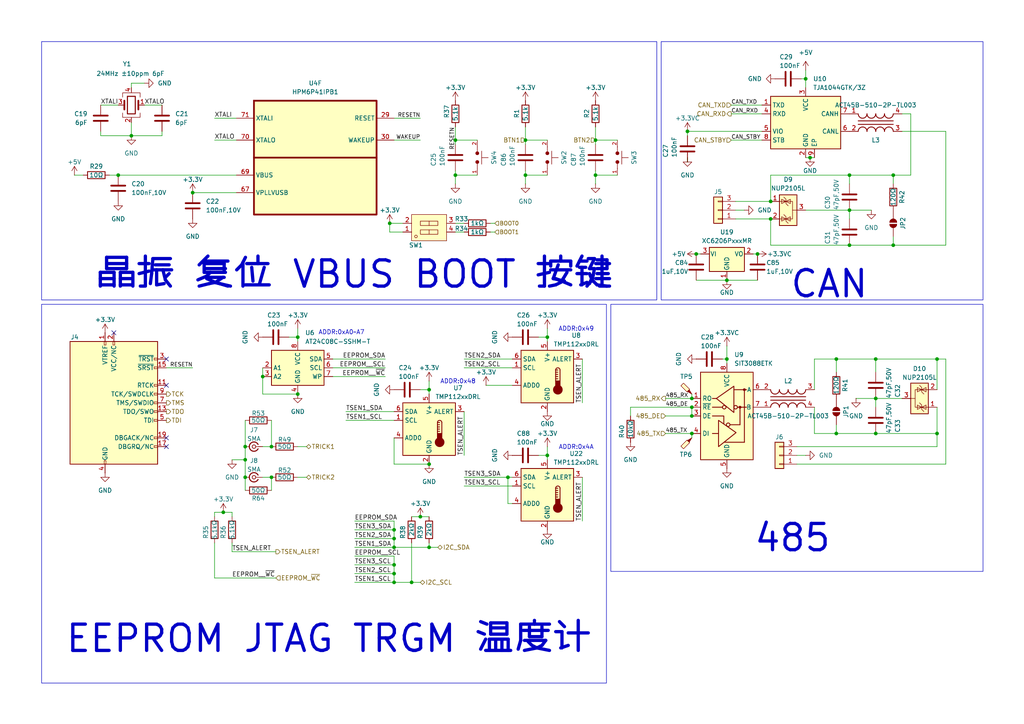
<source format=kicad_sch>
(kicad_sch (version 20250114) (generator "eeschema") (generator_version "9.0")
  (paper "A4")
  (title_block (title "HPM6P41_BuckBoost") (date "2025-05-05") (rev "4") (company "Author: Alipay"))
  (rectangle (start 12.065 88.265) (end 175.895 198.12))
  (rectangle (start 191.77 12.065) (end 285.115 86.995))
  (rectangle (start 177.165 88.265) (end 285.115 165.735))
  (rectangle (start 12.065 12.065) (end 190.5 86.995))
  (text "EEPROM JTAG TRGM 温度计" (at 95.504 185.42 0) (effects (font (size 7.62 7.62) (thickness 0.9525))))
  (text "ADDR:0x4A" (at 167.132 129.794 0) (effects (font (size 1.27 1.27))))
  (text "ADDR:0x48" (at 132.842 110.744 0) (effects (font (size 1.27 1.27))))
  (text "ADDR:0xA0~A7" (at 99.06 96.52 0) (effects (font (size 1.27 1.27))))
  (text "485" (at 229.87 156.21 0) (effects (font (size 7.62 7.62) (thickness 0.9525))))
  (text "ADDR:0x49" (at 167.132 95.504 0) (effects (font (size 1.27 1.27))))
  (text "CAN" (at 240.538 82.55 0) (effects (font (size 7.62 7.62) (thickness 0.9525))))
  (text "晶振 复位 VBUS BOOT 按键" (at 103.124 79.756 0) (effects (font (size 7.62 7.62) (thickness 0.9525))))
  (junction (at 34.29 50.8))
  (junction (at 71.12 138.43))
  (junction (at 271.78 104.14))
  (junction (at 200.66 118.11))
  (junction (at 38.1 39.37))
  (junction (at 200.66 125.73))
  (junction (at 86.36 97.79))
  (junction (at 119.38 168.91))
  (junction (at 114.3 158.75))
  (junction (at 114.3 156.21))
  (junction (at 158.75 97.79))
  (junction (at 210.82 81.28))
  (junction (at 114.3 163.83))
  (junction (at 254 104.14))
  (junction (at 246.38 60.96))
  (junction (at 254 115.57))
  (junction (at 223.52 63.5))
  (junction (at 242.57 104.14))
  (junction (at 234.95 45.72))
  (junction (at 152.4 40.64))
  (junction (at 200.66 120.65))
  (junction (at 242.57 125.73))
  (junction (at 259.08 71.12))
  (junction (at 158.75 132.08))
  (junction (at 233.68 22.86))
  (junction (at 114.3 166.37))
  (junction (at 259.08 50.8))
  (junction (at 124.46 113.03))
  (junction (at 223.52 58.42))
  (junction (at 113.03 64.77))
  (junction (at 172.72 40.64))
  (junction (at 246.38 71.12))
  (junction (at 132.08 40.64))
  (junction (at 121.92 149.86))
  (junction (at 199.39 38.1))
  (junction (at 124.46 134.62))
  (junction (at 271.78 125.73))
  (junction (at 64.77 148.59))
  (junction (at 78.74 129.54))
  (junction (at 71.12 129.54))
  (junction (at 172.72 50.8))
  (junction (at 152.4 50.8))
  (junction (at 219.71 73.66))
  (junction (at 132.08 50.8))
  (junction (at 86.36 114.3))
  (junction (at 124.46 158.75))
  (junction (at 147.32 138.43))
  (junction (at 246.38 50.8))
  (junction (at 254 125.73))
  (junction (at 200.66 115.57))
  (junction (at 78.74 138.43))
  (junction (at 201.93 73.66))
  (junction (at 76.2 109.22))
  (junction (at 114.3 153.67))
  (junction (at 210.82 104.14))
  (junction (at 71.12 133.35))
  (junction (at 114.3 168.91))
  (junction (at 55.88 55.88))
  (no_connect (at 48.26 127))
  (no_connect (at 33.02 96.52))
  (no_connect (at 48.26 104.14))
  (no_connect (at 48.26 129.54))
  (no_connect (at 48.26 111.76))
  (wire (pts (xy 223.52 63.5) (xy 223.52 71.12)))
  (wire (pts (xy 114.3 163.83) (xy 114.3 166.37)))
  (wire (pts (xy 102.87 151.13) (xy 114.3 151.13)))
  (wire (pts (xy 132.08 36.83) (xy 132.08 40.64)))
  (wire (pts (xy 134.62 138.43) (xy 147.32 138.43)))
  (wire (pts (xy 34.29 50.8) (xy 68.58 50.8)))
  (wire (pts (xy 232.41 22.86) (xy 233.68 22.86)))
  (wire (pts (xy 121.92 113.03) (xy 124.46 113.03)))
  (wire (pts (xy 134.62 104.14) (xy 148.59 104.14)))
  (wire (pts (xy 201.93 73.66) (xy 203.2 73.66)))
  (wire (pts (xy 213.36 58.42) (xy 223.52 58.42)))
  (wire (pts (xy 62.23 40.64) (xy 68.58 40.64)))
  (wire (pts (xy 246.38 63.5) (xy 246.38 60.96)))
  (wire (pts (xy 132.08 64.77) (xy 134.62 64.77)))
  (wire (pts (xy 96.52 104.14) (xy 111.76 104.14)))
  (wire (pts (xy 261.62 33.02) (xy 264.16 33.02)))
  (wire (pts (xy 254 115.57) (xy 254 118.11)))
  (wire (pts (xy 102.87 156.21) (xy 114.3 156.21)))
  (wire (pts (xy 236.22 113.03) (xy 236.22 104.14)))
  (wire (pts (xy 140.97 111.76) (xy 148.59 111.76)))
  (wire (pts (xy 142.24 67.31) (xy 143.51 67.31)))
  (wire (pts (xy 152.4 40.64) (xy 158.75 40.64)))
  (wire (pts (xy 114.3 166.37) (xy 114.3 168.91)))
  (wire (pts (xy 193.04 115.57) (xy 200.66 115.57)))
  (wire (pts (xy 252.73 60.96) (xy 246.38 60.96)))
  (wire (pts (xy 172.72 49.53) (xy 172.72 50.8)))
  (wire (pts (xy 236.22 125.73) (xy 242.57 125.73)))
  (wire (pts (xy 114.3 153.67) (xy 114.3 156.21)))
  (wire (pts (xy 172.72 50.8) (xy 179.07 50.8)))
  (wire (pts (xy 156.21 97.79) (xy 158.75 97.79)))
  (wire (pts (xy 233.68 60.96) (xy 246.38 60.96)))
  (wire (pts (xy 201.93 81.28) (xy 210.82 81.28)))
  (wire (pts (xy 200.66 127) (xy 200.66 125.73)))
  (wire (pts (xy 246.38 50.8) (xy 259.08 50.8)))
  (wire (pts (xy 219.71 73.66) (xy 218.44 73.66)))
  (wire (pts (xy 102.87 158.75) (xy 114.3 158.75)))
  (wire (pts (xy 119.38 157.48) (xy 119.38 168.91)))
  (wire (pts (xy 231.14 129.54) (xy 271.78 129.54)))
  (wire (pts (xy 193.04 120.65) (xy 200.66 120.65)))
  (wire (pts (xy 78.74 121.92) (xy 78.74 129.54)))
  (wire (pts (xy 71.12 138.43) (xy 71.12 142.24)))
  (wire (pts (xy 113.03 64.77) (xy 116.84 64.77)))
  (wire (pts (xy 199.39 38.1) (xy 220.98 38.1)))
  (wire (pts (xy 83.82 97.79) (xy 86.36 97.79)))
  (wire (pts (xy 46.99 39.37) (xy 38.1 39.37)))
  (wire (pts (xy 132.08 50.8) (xy 138.43 50.8)))
  (wire (pts (xy 96.52 109.22) (xy 111.76 109.22)))
  (wire (pts (xy 223.52 50.8) (xy 223.52 58.42)))
  (wire (pts (xy 199.39 46.99) (xy 199.39 45.72)))
  (wire (pts (xy 168.91 151.13) (xy 168.91 138.43)))
  (wire (pts (xy 234.95 45.72) (xy 233.68 45.72)))
  (wire (pts (xy 124.46 157.48) (xy 124.46 158.75)))
  (wire (pts (xy 259.08 71.12) (xy 259.08 68.58)))
  (wire (pts (xy 29.21 30.48) (xy 34.29 30.48)))
  (wire (pts (xy 199.39 39.37) (xy 199.39 38.1)))
  (wire (pts (xy 134.62 132.08) (xy 134.62 119.38)))
  (wire (pts (xy 96.52 106.68) (xy 111.76 106.68)))
  (wire (pts (xy 271.78 104.14) (xy 274.32 104.14)))
  (wire (pts (xy 86.36 95.25) (xy 86.36 97.79)))
  (wire (pts (xy 248.285 115.57) (xy 254 115.57)))
  (wire (pts (xy 254 125.73) (xy 242.57 125.73)))
  (wire (pts (xy 38.1 35.56) (xy 38.1 39.37)))
  (wire (pts (xy 71.12 121.92) (xy 71.12 129.54)))
  (wire (pts (xy 132.08 40.64) (xy 132.08 41.91)))
  (wire (pts (xy 102.87 161.29) (xy 114.3 161.29)))
  (wire (pts (xy 172.72 36.83) (xy 172.72 40.64)))
  (wire (pts (xy 48.26 106.68) (xy 55.88 106.68)))
  (wire (pts (xy 124.46 110.49) (xy 124.46 113.03)))
  (wire (pts (xy 102.87 168.91) (xy 114.3 168.91)))
  (wire (pts (xy 242.57 125.73) (xy 242.57 123.19)))
  (wire (pts (xy 158.75 129.54) (xy 158.75 132.08)))
  (wire (pts (xy 119.38 149.86) (xy 121.92 149.86)))
  (wire (pts (xy 236.22 104.14) (xy 242.57 104.14)))
  (wire (pts (xy 148.59 146.05) (xy 147.32 146.05)))
  (wire (pts (xy 274.32 104.14) (xy 274.32 134.62)))
  (wire (pts (xy 147.32 138.43) (xy 148.59 138.43)))
  (wire (pts (xy 156.21 132.08) (xy 158.75 132.08)))
  (wire (pts (xy 62.23 167.64) (xy 80.01 167.64)))
  (wire (pts (xy 67.31 133.35) (xy 71.12 133.35)))
  (wire (pts (xy 21.59 50.8) (xy 24.13 50.8)))
  (wire (pts (xy 113.03 67.31) (xy 116.84 67.31)))
  (wire (pts (xy 261.62 38.1) (xy 274.32 38.1)))
  (wire (pts (xy 114.3 151.13) (xy 114.3 153.67)))
  (wire (pts (xy 152.4 50.8) (xy 152.4 53.34)))
  (wire (pts (xy 200.66 114.3) (xy 200.66 115.57)))
  (wire (pts (xy 209.55 104.14) (xy 210.82 104.14)))
  (wire (pts (xy 172.72 50.8) (xy 172.72 53.34)))
  (wire (pts (xy 134.62 106.68) (xy 148.59 106.68)))
  (wire (pts (xy 231.14 132.08) (xy 233.68 132.08)))
  (wire (pts (xy 114.3 134.62) (xy 114.3 127)))
  (wire (pts (xy 271.78 125.73) (xy 254 125.73)))
  (wire (pts (xy 223.52 50.8) (xy 246.38 50.8)))
  (wire (pts (xy 134.62 140.97) (xy 148.59 140.97)))
  (wire (pts (xy 114.3 158.75) (xy 124.46 158.75)))
  (wire (pts (xy 102.87 163.83) (xy 114.3 163.83)))
  (wire (pts (xy 264.16 33.02) (xy 264.16 50.8)))
  (wire (pts (xy 67.31 160.02) (xy 80.01 160.02)))
  (wire (pts (xy 114.3 168.91) (xy 119.38 168.91)))
  (wire (pts (xy 76.2 109.22) (xy 76.2 114.3)))
  (wire (pts (xy 158.75 132.08) (xy 158.75 133.35)))
  (wire (pts (xy 212.09 40.64) (xy 220.98 40.64)))
  (wire (pts (xy 88.9 138.43) (xy 86.36 138.43)))
  (wire (pts (xy 71.12 133.35) (xy 71.12 138.43)))
  (wire (pts (xy 119.38 168.91) (xy 121.92 168.91)))
  (wire (pts (xy 86.36 114.3) (xy 76.2 114.3)))
  (wire (pts (xy 124.46 134.62) (xy 114.3 134.62)))
  (wire (pts (xy 67.31 148.59) (xy 64.77 148.59)))
  (wire (pts (xy 114.3 156.21) (xy 114.3 158.75)))
  (wire (pts (xy 152.4 50.8) (xy 158.75 50.8)))
  (wire (pts (xy 88.9 129.54) (xy 86.36 129.54)))
  (wire (pts (xy 71.12 129.54) (xy 71.12 133.35)))
  (wire (pts (xy 132.08 50.8) (xy 132.08 53.34)))
  (wire (pts (xy 67.31 157.48) (xy 67.31 160.02)))
  (wire (pts (xy 193.04 125.73) (xy 200.66 125.73)))
  (wire (pts (xy 242.57 104.14) (xy 242.57 107.95)))
  (wire (pts (xy 152.4 40.64) (xy 152.4 41.91)))
  (wire (pts (xy 67.31 148.59) (xy 67.31 149.86)))
  (wire (pts (xy 121.92 40.64) (xy 114.3 40.64)))
  (wire (pts (xy 246.38 71.12) (xy 259.08 71.12)))
  (wire (pts (xy 41.91 30.48) (xy 46.99 30.48)))
  (wire (pts (xy 242.57 104.14) (xy 254 104.14)))
  (wire (pts (xy 254 104.14) (xy 254 107.95)))
  (wire (pts (xy 55.88 55.88) (xy 68.58 55.88)))
  (wire (pts (xy 271.78 129.54) (xy 271.78 125.73)))
  (wire (pts (xy 233.68 22.86) (xy 233.68 20.32)))
  (wire (pts (xy 168.91 116.84) (xy 168.91 104.14)))
  (wire (pts (xy 38.1 24.13) (xy 38.1 25.4)))
  (wire (pts (xy 132.08 40.64) (xy 138.43 40.64)))
  (wire (pts (xy 100.33 119.38) (xy 114.3 119.38)))
  (wire (pts (xy 274.32 134.62) (xy 231.14 134.62)))
  (wire (pts (xy 62.23 149.86) (xy 62.23 148.59)))
  (wire (pts (xy 158.75 95.25) (xy 158.75 97.79)))
  (wire (pts (xy 121.92 149.86) (xy 124.46 149.86)))
  (wire (pts (xy 259.08 50.8) (xy 259.08 53.34)))
  (wire (pts (xy 254 115.57) (xy 261.62 115.57)))
  (wire (pts (xy 124.46 158.75) (xy 127 158.75)))
  (wire (pts (xy 274.32 38.1) (xy 274.32 71.12)))
  (wire (pts (xy 223.52 71.12) (xy 246.38 71.12)))
  (wire (pts (xy 38.1 39.37) (xy 29.21 39.37)))
  (wire (pts (xy 220.98 33.02) (xy 212.09 33.02)))
  (wire (pts (xy 41.91 24.13) (xy 38.1 24.13)))
  (wire (pts (xy 152.4 36.83) (xy 152.4 40.64)))
  (wire (pts (xy 29.21 39.37) (xy 29.21 38.1)))
  (wire (pts (xy 200.66 120.65) (xy 200.66 118.11)))
  (wire (pts (xy 62.23 148.59) (xy 64.77 148.59)))
  (wire (pts (xy 114.3 34.29) (xy 121.92 34.29)))
  (wire (pts (xy 142.24 64.77) (xy 143.51 64.77)))
  (wire (pts (xy 114.3 161.29) (xy 114.3 163.83)))
  (wire (pts (xy 172.72 40.64) (xy 172.72 41.91)))
  (wire (pts (xy 213.36 60.96) (xy 215.9 60.96)))
  (wire (pts (xy 233.68 25.4) (xy 233.68 22.86)))
  (wire (pts (xy 210.82 81.28) (xy 219.71 81.28)))
  (wire (pts (xy 158.75 97.79) (xy 158.75 99.06)))
  (wire (pts (xy 78.74 138.43) (xy 78.74 142.24)))
  (wire (pts (xy 212.09 30.48) (xy 220.98 30.48)))
  (wire (pts (xy 152.4 49.53) (xy 152.4 50.8)))
  (wire (pts (xy 78.74 129.54) (xy 76.2 129.54)))
  (wire (pts (xy 134.62 67.31) (xy 132.08 67.31)))
  (wire (pts (xy 182.88 118.11) (xy 200.66 118.11)))
  (wire (pts (xy 132.08 49.53) (xy 132.08 50.8)))
  (wire (pts (xy 236.22 118.11) (xy 236.22 125.73)))
  (wire (pts (xy 172.72 40.64) (xy 179.07 40.64)))
  (wire (pts (xy 271.78 104.14) (xy 254 104.14)))
  (wire (pts (xy 46.99 38.1) (xy 46.99 39.37)))
  (wire (pts (xy 259.08 50.8) (xy 264.16 50.8)))
  (wire (pts (xy 234.95 45.72) (xy 236.22 45.72)))
  (wire (pts (xy 62.23 157.48) (xy 62.23 167.64)))
  (wire (pts (xy 271.78 113.03) (xy 271.78 104.14)))
  (wire (pts (xy 76.2 106.68) (xy 76.2 109.22)))
  (wire (pts (xy 182.88 118.11) (xy 182.88 120.65)))
  (wire (pts (xy 271.78 118.11) (xy 271.78 125.73)))
  (wire (pts (xy 31.75 50.8) (xy 34.29 50.8)))
  (wire (pts (xy 113.03 64.77) (xy 113.03 67.31)))
  (wire (pts (xy 147.32 138.43) (xy 147.32 146.05)))
  (wire (pts (xy 124.46 113.03) (xy 124.46 114.3)))
  (wire (pts (xy 210.82 104.14) (xy 210.82 105.41)))
  (wire (pts (xy 86.36 97.79) (xy 86.36 99.06)))
  (wire (pts (xy 100.33 121.92) (xy 114.3 121.92)))
  (wire (pts (xy 102.87 166.37) (xy 114.3 166.37)))
  (wire (pts (xy 246.38 53.34) (xy 246.38 50.8)))
  (wire (pts (xy 78.74 138.43) (xy 76.2 138.43)))
  (wire (pts (xy 213.36 63.5) (xy 223.52 63.5)))
  (wire (pts (xy 62.23 34.29) (xy 68.58 34.29)))
  (wire (pts (xy 102.87 153.67) (xy 114.3 153.67)))
  (wire (pts (xy 210.82 100.33) (xy 210.82 104.14)))
  (wire (pts (xy 259.08 71.12) (xy 274.32 71.12)))
  (label "CAN_RXD" (at 212.09 33.02 0) (effects (font (size 1.15 1.15))))
  (label "XTALI" (at 29.21 30.48 0))
  (label "TSEN_ALERT" (at 168.91 116.84 90))
  (label "485_TX" (at 193.04 125.73 0) (effects (font (size 1.15 1.15))))
  (label "TSEN3_SDA" (at 134.62 138.43 0))
  (label "TSEN2_SCL" (at 102.87 166.37 0))
  (label "EEPROM__~{WC}" (at 67.31 167.64 0))
  (label "TSEN1_SDA" (at 102.87 158.75 0))
  (label "RESETN" (at 121.92 34.29 180) (effects (font (size 1.15 1.15))))
  (label "XTALO" (at 62.23 40.64 0))
  (label "TSEN_ALERT" (at 134.62 132.08 90))
  (label "EEPROM_SDA" (at 111.76 104.14 180))
  (label "RESETN" (at 132.08 36.83 270) (effects (font (size 1.15 1.15))))
  (label "XTALI" (at 62.23 34.29 0))
  (label "WAKEUP" (at 121.92 40.64 180) (effects (font (size 1.15 1.15))))
  (label "TSEN2_SCL" (at 134.62 106.68 0))
  (label "TSEN3_SCL" (at 134.62 140.97 0))
  (label "XTALO" (at 41.91 30.48 0))
  (label "CAN_TXD" (at 212.09 30.48 0) (effects (font (size 1.15 1.15))))
  (label "RESETN" (at 55.88 106.68 180) (effects (font (size 1.15 1.15))))
  (label "485_DE" (at 193.04 118.11 0) (effects (font (size 1.15 1.15))))
  (label "TSEN1_SCL" (at 102.87 168.91 0))
  (label "TSEN_ALERT" (at 168.91 151.13 90))
  (label "EEPROM_SDA" (at 102.87 151.13 0))
  (label "TSEN2_SDA" (at 102.87 156.21 0))
  (label "TSEN_ALERT" (at 67.31 160.02 0))
  (label "EEPROM__~{WC}" (at 111.76 109.22 180))
  (label "TSEN2_SDA" (at 134.62 104.14 0))
  (label "EEPROM__SCL" (at 102.87 161.29 0))
  (label "EEPROM__SCL" (at 111.76 106.68 180))
  (label "CAN_STBY" (at 212.09 40.64 0) (effects (font (size 1.15 1.15))))
  (label "TSEN3_SCL" (at 102.87 163.83 0))
  (label "TSEN3_SDA" (at 102.87 153.67 0))
  (label "485_RX" (at 193.04 115.57 0) (effects (font (size 1.15 1.15))))
  (label "TSEN1_SCL" (at 100.33 121.92 0))
  (label "TSEN1_SDA" (at 100.33 119.38 0))
  (hierarchical_label "BOOT1" (shape input) (at 143.51 67.31 0) (effects (font (size 1.15 1.15))))
  (hierarchical_label "BTN2" (shape input) (at 172.72 40.64 180))
  (hierarchical_label "I2C_SCL" (shape bidirectional) (at 121.92 168.91 0))
  (hierarchical_label "BTN1" (shape input) (at 152.4 40.64 180))
  (hierarchical_label "CAN_STBY" (shape input) (at 212.09 40.64 180))
  (hierarchical_label "TRICK1" (shape bidirectional) (at 88.9 129.54 0))
  (hierarchical_label "TSEN_ALERT" (shape output) (at 80.01 160.02 0))
  (hierarchical_label "TRICK2" (shape bidirectional) (at 88.9 138.43 0))
  (hierarchical_label "CAN_TXD" (shape input) (at 212.09 30.48 180))
  (hierarchical_label "TCK" (shape output) (at 48.26 114.3 0))
  (hierarchical_label "TMS" (shape output) (at 48.26 116.84 0))
  (hierarchical_label "TDO" (shape output) (at 48.26 119.38 0))
  (hierarchical_label "CAN_RXD" (shape output) (at 212.09 33.02 180))
  (hierarchical_label "I2C_SDA" (shape bidirectional) (at 127 158.75 0))
  (hierarchical_label "TDI" (shape output) (at 48.26 121.92 0))
  (hierarchical_label "BOOT0" (shape input) (at 143.51 64.77 0) (effects (font (size 1.15 1.15))))
  (hierarchical_label "485_RX" (shape output) (at 193.04 115.57 180))
  (hierarchical_label "485_TX" (shape input) (at 193.04 125.73 180))
  (hierarchical_label "EEPROM_~{WC}" (shape input) (at 80.01 167.64 0))
  (hierarchical_label "485_DE" (shape input) (at 193.04 120.65 180))
  (symbol (lib_id "power:GND") (at 55.88 63.5 0) (unit 1)
    (property "Reference" "#PWR049" (effects (hide yes)))
    (property "Value" "GND" (at 55.88 68.58 0))
    (property "Description" "Power symbol creates a global label with name \"GND\" , ground" (effects (hide yes)))
  )
  (symbol (lib_name "GND_1") (lib_id "power:GND") (at 30.48 137.16 0) (unit 1)
    (property "Reference" "#PWR0123" (effects (hide yes)))
    (property "Value" "GND" (at 30.48 142.24 0))
    (property "Description" "Power symbol creates a global label with name \"GND\" , ground" (effects (hide yes)))
  )
  (symbol (lib_id "PCM_SL_Devices:Push_Button") (at 179.07 45.72 270) (mirror x) (unit 1)
    (property "Reference" "SW3" (at 183.896 45.72 0))
    (property "Value" "Push_Button" (effects (hide yes)))
    (property "Footprint" "1MySwitchBtn:LCSC_SW_SPST_PTS810" (effects (hide yes)))
    (property "Description" "Common 6mmx6mm Push Button" (effects (hide yes)))
  )
  (symbol (lib_name "GND_1") (lib_id "power:GND") (at 199.39 45.72 0) (unit 1)
    (property "Reference" "#PWR068" (effects (hide yes)))
    (property "Value" "GND" (at 199.39 50.8 0))
    (property "Description" "Power symbol creates a global label with name \"GND\" , ground" (effects (hide yes)))
  )
  (symbol (lib_id "Device:R") (at 152.4 33.02 0) (unit 1)
    (property "Reference" "R1" (at 149.86 34.29 90) (effects (justify left)))
    (property "Value" "5.1k" (at 152.4 33.02 90))
    (property "Footprint" "Resistor_SMD:R_0603_1608Metric" (effects (hide yes)))
  )
  (symbol (lib_id "07_HPM_Inductance:ACT45B-510-2P-TL003") (at 245.11 40.64 0) (mirror x) (unit 1)
    (property "Reference" "L3" (at 254 40.64 0))
    (property "Value" "ACT45B-510-2P-TL003" (at 254 30.48 0))
    (property "Footprint" "1MyFootPrint:L4532" (effects (hide yes)))
    (property "Model" "ACT45B-510-2P-TL003" (effects (hide yes)))
    (property "Company" "TDK" (effects (hide yes)))
  )
  (symbol (lib_id "power:+3.3V") (at 199.39 38.1 0) (unit 1)
    (property "Reference" "#PWR067" (effects (hide yes)))
    (property "Value" "+3.3VC" (at 199.39 34.29 0))
  )
  (symbol (lib_name "GND_1") (lib_id "power:GND") (at 172.72 53.34 0) (unit 1)
    (property "Reference" "#PWR0151" (effects (hide yes)))
    (property "Value" "GND" (at 172.72 58.42 0))
    (property "Description" "Power symbol creates a global label with name \"GND\" , ground" (effects (hide yes)))
  )
  (symbol (lib_id "Device:C") (at 118.11 113.03 90) (unit 1)
    (property "Reference" "C24" (at 115.57 106.68 90) (effects (justify right)))
    (property "Value" "100nF" (at 115.57 109.22 90) (effects (justify right)))
    (property "Footprint" "Capacitor_SMD:C_0603_1608Metric" (effects (hide yes)))
  )
  (symbol (lib_id "Device:R") (at 172.72 33.02 0) (unit 1)
    (property "Reference" "R2" (at 170.18 34.29 90) (effects (justify left)))
    (property "Value" "5.1k" (at 172.72 33.02 90))
    (property "Footprint" "Resistor_SMD:R_0603_1608Metric" (effects (hide yes)))
  )
  (symbol (lib_id "Device:Crystal_GND24") (at 38.1 30.48 180) (unit 1)
    (property "Reference" "Y1" (at 36.83 18.542 0))
    (property "Value" "24MHz ±10ppm 6pF" (at 37.846 21.336 0))
    (property "Footprint" "Crystal:Crystal_SMD_3225-4Pin_3.2x2.5mm" (effects (hide yes)))
    (property "Datasheet" "https://item.szlcsc.com/365641.html?spm=sc.ols.yqj.it1-1&lcsc_vid=EwRcVFxfQ1UNUlxUFlcKAVVURlQMUgEHFFIPVlIDRgcxVlNSQVBfUlJSTlhWXjsOAxUeFF5JWA4cAwEUWRIUCwcVFE8NCAlJGgQDBQEUWA4cAwEUWA0HFBBIHxUDCw%3D%3D" (effects (hide yes)))
    (property "Description" "C389789" (effects (hide yes)))
  )
  (symbol (lib_name "GND_1") (lib_id "power:GND") (at 76.2 97.79 270) (unit 1)
    (property "Reference" "#PWR052" (effects (hide yes)))
    (property "Value" "GND" (at 71.12 97.79 0))
    (property "Description" "Power symbol creates a global label with name \"GND\" , ground" (effects (hide yes)))
  )
  (symbol (lib_id "Device:C") (at 29.21 34.29 0) (mirror y) (unit 1)
    (property "Reference" "C19" (at 25.4 33.0199 0) (effects (justify left)))
    (property "Value" "6pF" (at 25.4 35.5599 0) (effects (justify left)))
    (property "Footprint" "Capacitor_SMD:C_0603_1608Metric" (effects (hide yes)))
    (property "Description" "Unpolarized capacitor" (effects (hide yes)))
  )
  (symbol (lib_name "GND_1") (lib_id "power:GND") (at 152.4 53.34 0) (unit 1)
    (property "Reference" "#PWR099" (effects (hide yes)))
    (property "Value" "GND" (at 152.4 58.42 0))
    (property "Description" "Power symbol creates a global label with name \"GND\" , ground" (effects (hide yes)))
  )
  (symbol (lib_id "02_HPM_Resistor:1K_0402") (at 82.55 138.43 0) (unit 1)
    (property "Reference" "R52" (at 82.55 136.398 0))
    (property "Value" "50Ω" (at 82.55 138.43 0))
    (property "Footprint" "Resistor_SMD:R_0603_1608Metric" (effects (hide yes)))
    (property "Model" "0402WGF1001TCE" (effects (hide yes)))
    (property "Company" "UNI-ROYAL(厚声)" (effects (hide yes)))
  )
  (symbol (lib_name "GND_1") (lib_id "power:GND") (at 158.75 119.38 0) (unit 1)
    (property "Reference" "#PWR065" (effects (hide yes)))
    (property "Value" "GND" (at 158.75 122.936 0))
    (property "Description" "Power symbol creates a global label with name \"GND\" , ground" (effects (hide yes)))
  )
  (symbol (lib_name "GND_1") (lib_id "power:GND") (at 148.59 132.08 270) (unit 1)
    (property "Reference" "#PWR0153" (effects (hide yes)))
    (property "Value" "GND" (at 143.51 132.08 0))
    (property "Description" "Power symbol creates a global label with name \"GND\" , ground" (effects (hide yes)))
  )
  (symbol (lib_id "01-HPM-Peripheral:DM-02-V") (at 124.46 66.04 0) (mirror x) (unit 1)
    (property "Reference" "SW1" (at 120.65 71.12 0))
    (property "Value" "焊盘" (effects (hide yes)))
    (property "Footprint" "HPM6P41_BB:SW_DIP_SPSTx02_Slide_6.7x6.64mm_W8.61mm_P2.54mm_LowProfile" (effects (hide yes)))
    (property "Model" "DM-02-V" (effects (hide yes)))
    (property "Company" "圜达" (effects (hide yes)))
  )
  (symbol (lib_id "Connector_Generic:Conn_01x03") (at 226.06 132.08 180) (unit 1)
    (property "Reference" "J6" (at 226.06 126.746 0))
    (property "Value" "Conn_01x03" (effects (hide yes)))
    (property "Footprint" "Connector_Phoenix_MC:PhoenixContact_MC_1,5_3-G-3.81_1x03_P3.81mm_Horizontal" (effects (hide yes)))
    (property "Description" "Generic connector, single row, 01x03, script generated (kicad-library-utils/schlib/autogen/connector/)" (effects (hide yes)))
  )
  (symbol (lib_id "Jumper:SolderJumper_2_Open") (at 242.57 119.38 270) (mirror x) (unit 1) (exclude_from_sim yes) (in_bom no)
    (property "Reference" "JP1" (at 245.364 119.38 0))
    (property "Value" "SolderJumper_2_Open" (effects (hide yes)))
    (property "Footprint" "Jumper:SolderJumper-2_P1.3mm_Open_RoundedPad1.0x1.5mm" (effects (hide yes)))
    (property "Description" "Solder Jumper, 2-pole, open" (effects (hide yes)))
  )
  (symbol (lib_id "Jumper:SolderJumper_2_Open") (at 259.08 64.77 270) (mirror x) (unit 1) (exclude_from_sim yes) (in_bom no)
    (property "Reference" "JP2" (at 261.874 64.77 0))
    (property "Value" "SolderJumper_2_Open" (effects (hide yes)))
    (property "Footprint" "Jumper:SolderJumper-2_P1.3mm_Open_RoundedPad1.0x1.5mm" (effects (hide yes)))
    (property "Description" "Solder Jumper, 2-pole, open" (effects (hide yes)))
  )
  (symbol (lib_id "Connector:Conn_ARM_JTAG_SWD_20") (at 33.02 116.84 0) (unit 1)
    (property "Reference" "J4" (at 22.86 97.79 0) (effects (justify right)))
    (property "Value" "Conn_ARM_JTAG_SWD_20" (effects (hide yes)))
    (property "Footprint" "Connector_IDC:IDC-Header_2x10_P2.54mm_Vertical" (effects (hide yes)))
  )
  (symbol (lib_id "Device:R") (at 132.08 33.02 0) (unit 1)
    (property "Reference" "R37" (at 129.54 34.29 90) (effects (justify left)))
    (property "Value" "5.1k" (at 132.08 33.02 90))
    (property "Footprint" "Resistor_SMD:R_0603_1608Metric" (effects (hide yes)))
  )
  (symbol (lib_id "Regulator_Linear:XC6206PxxxMR") (at 210.82 73.66 0) (unit 1)
    (property "Reference" "U19" (at 210.82 67.31 0))
    (property "Value" "XC6206PxxxMR" (at 210.82 69.85 0))
    (property "Footprint" "Package_TO_SOT_SMD:SOT-23-3" (effects (hide yes)))
    (property "Datasheet" "https://www.torexsemi.com/file/xc6206/XC6206.pdf" (effects (hide yes)))
    (property "Description" "Positive 60-250mA Low Dropout Regulator, Fixed Output, SOT-23" (effects (hide yes)))
  )
  (symbol (lib_id "power:+3.3V") (at 86.36 95.25 0) (unit 1)
    (property "Reference" "#PWR054" (effects (hide yes)))
    (property "Value" "+3.3V" (at 86.36 91.44 0))
  )
  (symbol (lib_id "Device:C") (at 172.72 45.72 180) (unit 1)
    (property "Reference" "C87" (at 166.37 48.26 90) (effects (justify right)))
    (property "Value" "100nF" (at 168.91 48.26 90) (effects (justify right)))
    (property "Footprint" "Capacitor_SMD:C_0603_1608Metric" (effects (hide yes)))
  )
  (symbol (lib_id "07_HPM_Inductance:ACT45B-510-2P-TL003") (at 219.71 110.49 0) (unit 1)
    (property "Reference" "L2" (at 228.6 110.49 0))
    (property "Value" "ACT45B-510-2P-TL003" (at 228.6 120.65 0))
    (property "Footprint" "1MyFootPrint:L4532" (effects (hide yes)))
    (property "Model" "ACT45B-510-2P-TL003" (effects (hide yes)))
    (property "Company" "TDK" (effects (hide yes)))
  )
  (symbol (lib_id "1MyICs:TJA1044GTK/3Z") (at 233.68 35.56 0) (unit 1)
    (property "Reference" "U10" (at 235.8233 22.86 0) (effects (justify left)))
    (property "Value" "TJA1044GTK/3Z" (at 235.8233 25.4 0) (effects (justify left)))
    (property "Footprint" "Package_SON:HVSON-8-1EP_3x3mm_P0.65mm_EP1.6x2.4mm" (effects (hide yes)))
    (property "Datasheet" "http://www.nxp.com/docs/en/data-sheet/TJA1049.pdf" (effects (hide yes)))
    (property "Description" "High-Speed CAN Transceiver, separate VIO, standby mode, SOIC-8" (effects (hide yes)))
  )
  (symbol (lib_id "Device:R") (at 62.23 153.67 0) (mirror x) (unit 1)
    (property "Reference" "R35" (at 59.69 152.4 90) (effects (justify left)))
    (property "Value" "5.1kΩ" (at 62.23 153.67 90))
    (property "Footprint" "Resistor_SMD:R_0603_1608Metric" (effects (hide yes)))
  )
  (symbol (lib_id "Device:C") (at 254 111.76 0) (mirror x) (unit 1)
    (property "Reference" "C32" (at 260.35 115.316 90) (effects (justify right)))
    (property "Value" "47pF,50V" (at 257.81 115.57 90) (effects (justify right)))
    (property "Footprint" "Capacitor_SMD:C_0603_1608Metric" (effects (hide yes)))
  )
  (symbol (lib_id "power:+3.3V") (at 158.75 129.54 0) (unit 1)
    (property "Reference" "#PWR0154" (effects (hide yes)))
    (property "Value" "+3.3V" (at 158.75 125.73 0))
  )
  (symbol (lib_id "Device:C") (at 201.93 77.47 0) (mirror y) (unit 1)
    (property "Reference" "C84" (at 199.644 76.2 0) (effects (justify left)))
    (property "Value" "1uF,10V" (at 199.644 78.74 0) (effects (justify left)))
    (property "Footprint" "Capacitor_SMD:C_0603_1608Metric" (effects (hide yes)))
    (property "Description" "Unpolarized capacitor" (effects (hide yes)))
  )
  (symbol (lib_id "Device:R") (at 67.31 153.67 0) (mirror x) (unit 1)
    (property "Reference" "R36" (at 64.77 152.4 90) (effects (justify left)))
    (property "Value" "5.1kΩ" (at 67.31 153.67 90))
    (property "Footprint" "Resistor_SMD:R_0603_1608Metric" (effects (hide yes)))
  )
  (symbol (lib_id "Device:C") (at 152.4 97.79 90) (unit 1)
    (property "Reference" "C26" (at 149.86 91.44 90) (effects (justify right)))
    (property "Value" "100nF" (at 149.86 93.98 90) (effects (justify right)))
    (property "Footprint" "Capacitor_SMD:C_0603_1608Metric" (effects (hide yes)))
  )
  (symbol (lib_id "Memory_EEPROM:AT24CS04-SSHM") (at 86.36 106.68 0) (unit 1)
    (property "Reference" "U6" (at 88.5033 96.52 0) (effects (justify left)))
    (property "Value" "AT24C08C-SSHM-T" (at 88.5033 99.06 0) (effects (justify left)))
    (property "Footprint" "Package_SO:SOIC-8_3.9x4.9mm_P1.27mm" (effects (hide yes)))
    (property "Datasheet" "http://ww1.microchip.com/downloads/en/DeviceDoc/Atmel-8766-SEEPROM-AT24CS04-08-Datasheet.pdf" (effects (hide yes)))
    (property "Description" "I2C Serial EEPROM, 4Kb (512x8) with Unique Serial Number, SO8" (effects (hide yes)))
  )
  (symbol (lib_name "GND_1") (lib_id "power:GND") (at 215.9 60.96 90) (unit 1)
    (property "Reference" "#PWR073" (effects (hide yes)))
    (property "Value" "GND" (at 219.71 60.9599 90) (effects (justify right)))
    (property "Description" "Power symbol creates a global label with name \"GND\" , ground" (effects (hide yes)))
  )
  (symbol (lib_name "GND_1") (lib_id "power:GND") (at 201.93 104.14 270) (unit 1)
    (property "Reference" "#PWR069" (effects (hide yes)))
    (property "Value" "GND" (at 196.85 104.14 0))
    (property "Description" "Power symbol creates a global label with name \"GND\" , ground" (effects (hide yes)))
  )
  (symbol (lib_name "GND_1") (lib_id "power:GND") (at 252.73 60.96 0) (unit 1)
    (property "Reference" "#PWR080" (effects (hide yes)))
    (property "Value" "GND" (at 252.73 66.04 0))
    (property "Description" "Power symbol creates a global label with name \"GND\" , ground" (effects (hide yes)))
  )
  (symbol (lib_id "power:+3.3V") (at 140.97 111.76 0) (unit 1)
    (property "Reference" "#PWR061" (effects (hide yes)))
    (property "Value" "+3.3V" (at 140.97 107.95 0))
  )
  (symbol (lib_id "power:+3.3V") (at 64.77 148.59 0) (unit 1)
    (property "Reference" "#PWR053" (effects (hide yes)))
    (property "Value" "+3.3V" (at 64.77 144.78 0))
  )
  (symbol (lib_id "Connector:Conn_Coaxial_Small") (at 73.66 129.54 0) (mirror y) (unit 1)
    (property "Reference" "J7" (at 73.66 124.714 0))
    (property "Value" "SMA" (at 73.66 127.254 0))
    (property "Footprint" "HPM6P41_BB:SMA_Amphenol_901-144_Vertical" (effects (hide yes)))
    (property "Description" "small coaxial connector (BNC, SMA, SMB, SMC, Cinch/RCA, LEMO, ...)" (effects (hide yes)))
  )
  (symbol (lib_id "Device:C") (at 132.08 45.72 180) (unit 1)
    (property "Reference" "C25" (at 125.73 48.26 90) (effects (justify right)))
    (property "Value" "100nF" (at 128.27 48.26 90) (effects (justify right)))
    (property "Footprint" "Capacitor_SMD:C_0603_1608Metric" (effects (hide yes)))
  )
  (symbol (lib_id "Sensor_Temperature:TMP112xxDRL") (at 158.75 109.22 0) (unit 1)
    (property "Reference" "U8" (at 167.132 97.282 0))
    (property "Value" "TMP112xxDRL" (at 167.132 99.822 0))
    (property "Footprint" "Package_TO_SOT_SMD:SOT-563" (effects (hide yes)))
    (property "Datasheet" "https://www.ti.com/lit/ds/symlink/tmp112.pdf" (effects (hide yes)))
    (property "Description" "Digital Temperature Sensor with I2C/SMBus/Two-wire Interface, 12 bits, ±1°C, one-shot conversion, alert, nist traceable, SOT-563" (effects (hide yes)))
  )
  (symbol (lib_id "power:GND") (at 38.1 39.37 0) (unit 1)
    (property "Reference" "#PWR043" (effects (hide yes)))
    (property "Value" "GND" (at 38.1 44.45 0))
    (property "Description" "Power symbol creates a global label with name \"GND\" , ground" (effects (hide yes)))
  )
  (symbol (lib_id "Device:R") (at 242.57 111.76 0) (mirror y) (unit 1)
    (property "Reference" "R41" (at 245.11 111.76 90))
    (property "Value" "120Ω" (at 242.57 111.76 90))
    (property "Footprint" "Resistor_SMD:R_1206_3216Metric" (effects (hide yes)))
    (property "Description" "Resistor" (effects (hide yes)))
  )
  (symbol (lib_id "02_HPM_Resistor:1K_0402") (at 74.93 142.24 0) (mirror x) (unit 1)
    (property "Reference" "R64" (at 74.93 144.526 0))
    (property "Value" "50Ω" (at 74.93 142.24 0))
    (property "Footprint" "Resistor_SMD:R_0603_1608Metric" (effects (hide yes)))
    (property "Model" "0402WGF1001TCE" (effects (hide yes)))
    (property "Company" "UNI-ROYAL(厚声)" (effects (hide yes)))
  )
  (symbol (lib_id "power:+3.3V") (at 132.08 29.21 0) (unit 1)
    (property "Reference" "#PWR059" (effects (hide yes)))
    (property "Value" "+3.3V" (at 132.08 25.4 0))
  )
  (symbol (lib_id "Power_Protection:NUP2105L") (at 266.7 115.57 270) (mirror x) (unit 1)
    (property "Reference" "D10" (at 266.7 106.934 90))
    (property "Value" "NUP2105L" (at 266.7 109.474 90))
    (property "Footprint" "Package_TO_SOT_SMD:SOT-23" (effects (hide yes)))
    (property "Datasheet" "https://www.onsemi.com/pub_link/Collateral/NUP2105L-D.PDF" (effects (hide yes)))
    (property "Description" "Dual Line CAN Bus Protector, 24Vrwm" (effects (hide yes)))
  )
  (symbol (lib_name "GND_1") (lib_id "power:GND") (at 132.08 53.34 0) (unit 1)
    (property "Reference" "#PWR060" (effects (hide yes)))
    (property "Value" "GND" (at 132.08 58.42 0))
    (property "Description" "Power symbol creates a global label with name \"GND\" , ground" (effects (hide yes)))
  )
  (symbol (lib_id "power:+3.3V") (at 124.46 110.49 0) (unit 1)
    (property "Reference" "#PWR057" (effects (hide yes)))
    (property "Value" "+3.3V" (at 124.46 106.68 0))
  )
  (symbol (lib_id "Device:C") (at 152.4 45.72 180) (unit 1)
    (property "Reference" "C86" (at 146.05 48.26 90) (effects (justify right)))
    (property "Value" "100nF" (at 148.59 48.26 90) (effects (justify right)))
    (property "Footprint" "Capacitor_SMD:C_0603_1608Metric" (effects (hide yes)))
  )
  (symbol (lib_id "Device:R") (at 27.94 50.8 270) (unit 1)
    (property "Reference" "R29" (at 27.94 48.26 90))
    (property "Value" "10Ω" (at 27.94 50.8 90))
    (property "Footprint" "Resistor_SMD:R_0603_1608Metric" (effects (hide yes)))
    (property "Description" "Resistor" (effects (hide yes)))
  )
  (symbol (lib_id "Device:C") (at 46.99 34.29 0) (unit 1)
    (property "Reference" "C21" (at 50.8 33.0199 0) (effects (justify left)))
    (property "Value" "6pF" (at 50.8 35.5599 0) (effects (justify left)))
    (property "Footprint" "Capacitor_SMD:C_0603_1608Metric" (effects (hide yes)))
    (property "Description" "Unpolarized capacitor" (effects (hide yes)))
  )
  (symbol (lib_id "power:GND") (at 34.29 58.42 0) (unit 1)
    (property "Reference" "#PWR042" (effects (hide yes)))
    (property "Value" "GND" (at 34.29 63.5 0))
    (property "Description" "Power symbol creates a global label with name \"GND\" , ground" (effects (hide yes)))
  )
  (symbol (lib_name "GND_1") (lib_id "power:GND") (at 248.285 115.57 0) (mirror y) (unit 1)
    (property "Reference" "#PWR079" (effects (hide yes)))
    (property "Value" "GND" (at 248.285 120.65 0))
    (property "Description" "Power symbol creates a global label with name \"GND\" , ground" (effects (hide yes)))
  )
  (symbol (lib_name "GND_1") (lib_id "power:GND") (at 224.79 22.86 270) (unit 1)
    (property "Reference" "#PWR074" (effects (hide yes)))
    (property "Value" "GND" (at 220.98 22.8599 90) (effects (justify right)))
    (property "Description" "Power symbol creates a global label with name \"GND\" , ground" (effects (hide yes)))
  )
  (symbol (lib_id "Sensor_Temperature:TMP112xxDRL") (at 124.46 124.46 0) (unit 1)
    (property "Reference" "U7" (at 132.842 112.522 0))
    (property "Value" "TMP112xxDRL" (at 132.842 115.062 0))
    (property "Footprint" "Package_TO_SOT_SMD:SOT-563" (effects (hide yes)))
    (property "Datasheet" "https://www.ti.com/lit/ds/symlink/tmp112.pdf" (effects (hide yes)))
    (property "Description" "Digital Temperature Sensor with I2C/SMBus/Two-wire Interface, 12 bits, ±1°C, one-shot conversion, alert, nist traceable, SOT-563" (effects (hide yes)))
  )
  (symbol (lib_id "power:+3.3V") (at 121.92 149.86 0) (unit 1)
    (property "Reference" "#PWR062" (effects (hide yes)))
    (property "Value" "+3.3V" (at 121.92 146.05 0))
  )
  (symbol (lib_id "PCM_SL_Devices:Push_Button") (at 138.43 45.72 270) (mirror x) (unit 1)
    (property "Reference" "SW4" (at 143.256 45.72 0))
    (property "Value" "Push_Button" (effects (hide yes)))
    (property "Footprint" "1MySwitchBtn:LCSC_SW_SPST_PTS810" (effects (hide yes)))
    (property "Description" "Common 6mmx6mm Push Button" (effects (hide yes)))
  )
  (symbol (lib_name "GND_1") (lib_id "power:GND") (at 210.82 135.89 0) (unit 1)
    (property "Reference" "#PWR072" (effects (hide yes)))
    (property "Value" "GND" (at 210.82 140.97 0))
    (property "Description" "Power symbol creates a global label with name \"GND\" , ground" (effects (hide yes)))
  )
  (symbol (lib_name "GND_1") (lib_id "power:GND") (at 114.3 113.03 270) (unit 1)
    (property "Reference" "#PWR056" (effects (hide yes)))
    (property "Value" "GND" (at 109.22 113.03 0))
    (property "Description" "Power symbol creates a global label with name \"GND\" , ground" (effects (hide yes)))
  )
  (symbol (lib_id "Device:R") (at 119.38 153.67 0) (mirror x) (unit 1)
    (property "Reference" "R38" (at 116.84 152.4 90) (effects (justify left)))
    (property "Value" "2kΩ" (at 119.38 151.638 90) (effects (justify left)))
    (property "Footprint" "Resistor_SMD:R_0603_1608Metric" (effects (hide yes)))
  )
  (symbol (lib_id "Sensor_Temperature:TMP112xxDRL") (at 158.75 143.51 0) (unit 1)
    (property "Reference" "U22" (at 167.132 131.572 0))
    (property "Value" "TMP112xxDRL" (at 167.132 134.112 0))
    (property "Footprint" "Package_TO_SOT_SMD:SOT-563" (effects (hide yes)))
    (property "Datasheet" "https://www.ti.com/lit/ds/symlink/tmp112.pdf" (effects (hide yes)))
    (property "Description" "Digital Temperature Sensor with I2C/SMBus/Two-wire Interface, 12 bits, ±1°C, one-shot conversion, alert, nist traceable, SOT-563" (effects (hide yes)))
  )
  (symbol (lib_id "power:+3.3V") (at 158.75 95.25 0) (unit 1)
    (property "Reference" "#PWR064" (effects (hide yes)))
    (property "Value" "+3.3V" (at 158.75 91.44 0))
  )
  (symbol (lib_id "Device:C") (at 55.88 59.69 0) (unit 1)
    (property "Reference" "C22" (at 59.69 58.4199 0) (effects (justify left)))
    (property "Value" "100nF,10V" (at 59.69 60.9599 0) (effects (justify left)))
    (property "Footprint" "Capacitor_SMD:C_0603_1608Metric" (effects (hide yes)))
    (property "Description" "Unpolarized capacitor" (effects (hide yes)))
  )
  (symbol (lib_id "power:+3.3V") (at 30.48 96.52 0) (unit 1)
    (property "Reference" "#PWR098" (effects (hide yes)))
    (property "Value" "+3.3V" (at 30.48 92.71 0))
  )
  (symbol (lib_id "Device:C") (at 199.39 43.18 180) (unit 1)
    (property "Reference" "C27" (at 193.04 45.72 90) (effects (justify right)))
    (property "Value" "100nF" (at 195.58 45.72 90) (effects (justify right)))
    (property "Footprint" "Capacitor_SMD:C_0603_1608Metric" (effects (hide yes)))
  )
  (symbol (lib_id "Power_Protection:NUP2105L") (at 228.6 60.96 90) (mirror x) (unit 1)
    (property "Reference" "D9" (at 228.6 52.07 90))
    (property "Value" "NUP2105L" (at 228.6 54.61 90))
    (property "Footprint" "Package_TO_SOT_SMD:SOT-23" (effects (hide yes)))
    (property "Datasheet" "https://www.onsemi.com/pub_link/Collateral/NUP2105L-D.PDF" (effects (hide yes)))
    (property "Description" "Dual Line CAN Bus Protector, 24Vrwm" (effects (hide yes)))
  )
  (symbol (lib_name "GND_1") (lib_id "power:GND") (at 158.75 153.67 0) (unit 1)
    (property "Reference" "#PWR0155" (effects (hide yes)))
    (property "Value" "GND" (at 158.75 157.226 0))
    (property "Description" "Power symbol creates a global label with name \"GND\" , ground" (effects (hide yes)))
  )
  (symbol (lib_id "Device:C") (at 152.4 132.08 90) (unit 1)
    (property "Reference" "C88" (at 149.86 125.73 90) (effects (justify right)))
    (property "Value" "100nF" (at 149.86 128.27 90) (effects (justify right)))
    (property "Footprint" "Capacitor_SMD:C_0603_1608Metric" (effects (hide yes)))
  )
  (symbol (lib_id "02_HPM_Resistor:1K_0402") (at 138.43 64.77 0) (unit 1)
    (property "Reference" "R33" (at 133.858 63.5 0))
    (property "Value" "1kΩ" (at 138.43 64.77 0))
    (property "Footprint" "Resistor_SMD:R_0603_1608Metric" (effects (hide yes)))
    (property "Model" "0402WGF1001TCE" (effects (hide yes)))
    (property "Company" "UNI-ROYAL(厚声)" (effects (hide yes)))
  )
  (symbol (lib_id "Device:C") (at 219.71 77.47 0) (unit 1)
    (property "Reference" "C85" (at 222.25 76.2 0) (effects (justify left)))
    (property "Value" "1uF,10V" (at 222.25 78.74 0) (effects (justify left)))
    (property "Footprint" "Capacitor_SMD:C_0603_1608Metric" (effects (hide yes)))
    (property "Description" "Unpolarized capacitor" (effects (hide yes)))
  )
  (symbol (lib_name "GND_1") (lib_id "power:GND") (at 67.31 133.35 0) (unit 1)
    (property "Reference" "#PWR0146" (effects (hide yes)))
    (property "Value" "GND" (at 67.31 138.43 0))
    (property "Description" "Power symbol creates a global label with name \"GND\" , ground" (effects (hide yes)))
  )
  (symbol (lib_id "02_HPM_Resistor:1K_0402") (at 138.43 67.31 0) (unit 1)
    (property "Reference" "R34" (at 133.858 66.294 0))
    (property "Value" "1kΩ" (at 138.43 67.31 0))
    (property "Footprint" "Resistor_SMD:R_0603_1608Metric" (effects (hide yes)))
    (property "Model" "0402WGF1001TCE" (effects (hide yes)))
    (property "Company" "UNI-ROYAL(厚声)" (effects (hide yes)))
  )
  (symbol (lib_id "power:+3.3V") (at 210.82 100.33 0) (unit 1)
    (property "Reference" "#PWR040" (effects (hide yes)))
    (property "Value" "+3.3VC" (at 210.82 96.52 0))
  )
  (symbol (lib_id "Interface_UART:SP3485EN") (at 210.82 120.65 0) (unit 1)
    (property "Reference" "U9" (at 212.9633 102.87 0) (effects (justify left)))
    (property "Value" "SIT3088ETK" (at 212.9633 105.41 0) (effects (justify left)))
    (property "Footprint" "Package_SO:SOIC-8_3.9x4.9mm_P1.27mm" (effects (hide yes)))
    (property "Datasheet" "http://www.icbase.com/pdf/SPX/SPX00480106.pdf" (effects (hide yes)))
    (property "Description" "Industrial 3.3V Low Power Half-Duplex RS-485 Transceiver 10Mbps, SOIC-8" (effects (hide yes)))
  )
  (symbol (lib_id "power:+3.3V") (at 152.4 29.21 0) (unit 1)
    (property "Reference" "#PWR047" (effects (hide yes)))
    (property "Value" "+3.3V" (at 152.4 25.4 0))
  )
  (symbol (lib_id "power:+5V") (at 201.93 73.66 90) (unit 1)
    (property "Reference" "#PWR071" (effects (hide yes)))
    (property "Value" "+5V" (at 198.882 73.66 90) (effects (justify left)))
    (property "Description" "Power symbol creates a global label with name \"+5V\"" (effects (hide yes)))
  )
  (symbol (lib_id "PCM_SL_Devices:Push_Button") (at 158.75 45.72 270) (mirror x) (unit 1)
    (property "Reference" "SW2" (at 163.576 45.72 0))
    (property "Value" "Push_Button" (effects (hide yes)))
    (property "Footprint" "1MySwitchBtn:LCSC_SW_SPST_PTS810" (effects (hide yes)))
    (property "Description" "Common 6mmx6mm Push Button" (effects (hide yes)))
  )
  (symbol (lib_id "Device:C") (at 228.6 22.86 90) (unit 1)
    (property "Reference" "C29" (at 226.06 16.51 90) (effects (justify right)))
    (property "Value" "100nF" (at 226.06 19.05 90) (effects (justify right)))
    (property "Footprint" "Capacitor_SMD:C_0603_1608Metric" (effects (hide yes)))
  )
  (symbol (lib_id "Connector:TestPoint_Probe") (at 200.66 127 180) (unit 1)
    (property "Reference" "TP6" (at 197.104 131.826 0) (effects (justify right)))
    (property "Value" "TestPoint_Probe" (effects (hide yes)))
    (property "Footprint" "HPM6P41_BB:TestPoint_Bridge_Pitch1.2mm_Drill0.7mm" (effects (hide yes)))
    (property "Description" "test point (alternative probe-style design)" (effects (hide yes)))
  )
  (symbol (lib_id "power:+3.3V") (at 172.72 29.21 0) (unit 1)
    (property "Reference" "#PWR0149" (effects (hide yes)))
    (property "Value" "+3.3V" (at 172.72 25.4 0))
  )
  (symbol (lib_id "power:GND") (at 41.91 24.13 90) (unit 1)
    (property "Reference" "#PWR044" (effects (hide yes)))
    (property "Value" "GND" (at 45.72 24.1299 90) (effects (justify right)))
    (property "Description" "Power symbol creates a global label with name \"GND\" , ground" (effects (hide yes)))
  )
  (symbol (lib_name "GND_1") (lib_id "power:GND") (at 124.46 134.62 0) (unit 1)
    (property "Reference" "#PWR058" (effects (hide yes)))
    (property "Value" "GND" (at 124.46 139.7 0))
    (property "Description" "Power symbol creates a global label with name \"GND\" , ground" (effects (hide yes)))
  )
  (symbol (lib_id "Device:C") (at 254 121.92 0) (mirror x) (unit 1)
    (property "Reference" "C33" (at 260.35 125.476 90) (effects (justify right)))
    (property "Value" "47pF,50V" (at 257.81 125.73 90) (effects (justify right)))
    (property "Footprint" "Capacitor_SMD:C_0603_1608Metric" (effects (hide yes)))
  )
  (symbol (lib_id "Device:C") (at 246.38 67.31 180) (unit 1)
    (property "Reference" "C31" (at 240.03 70.866 90) (effects (justify right)))
    (property "Value" "47pF,50V" (at 242.57 71.12 90) (effects (justify right)))
    (property "Footprint" "Capacitor_SMD:C_0603_1608Metric" (effects (hide yes)))
  )
  (symbol (lib_id "Connector_Generic:Conn_01x03") (at 208.28 60.96 180) (unit 1)
    (property "Reference" "J5" (at 208.28 55.626 0))
    (property "Value" "Conn_01x03" (effects (hide yes)))
    (property "Footprint" "Connector_Phoenix_MC:PhoenixContact_MC_1,5_3-G-3.81_1x03_P3.81mm_Horizontal" (effects (hide yes)))
    (property "Description" "Generic connector, single row, 01x03, script generated (kicad-library-utils/schlib/autogen/connector/)" (effects (hide yes)))
  )
  (symbol (lib_id "02_HPM_Resistor:1K_0402") (at 74.93 121.92 0) (unit 1)
    (property "Reference" "R53" (at 74.93 119.888 0))
    (property "Value" "50Ω" (at 74.93 121.92 0))
    (property "Footprint" "Resistor_SMD:R_0603_1608Metric" (effects (hide yes)))
    (property "Model" "0402WGF1001TCE" (effects (hide yes)))
    (property "Company" "UNI-ROYAL(厚声)" (effects (hide yes)))
  )
  (symbol (lib_name "GND_1") (lib_id "power:GND") (at 182.88 128.27 0) (unit 1)
    (property "Reference" "#PWR066" (effects (hide yes)))
    (property "Value" "GND" (at 182.88 133.35 0))
    (property "Description" "Power symbol creates a global label with name \"GND\" , ground" (effects (hide yes)))
  )
  (symbol (lib_name "GND_1") (lib_id "power:GND") (at 148.59 97.79 270) (unit 1)
    (property "Reference" "#PWR063" (effects (hide yes)))
    (property "Value" "GND" (at 143.51 97.79 0))
    (property "Description" "Power symbol creates a global label with name \"GND\" , ground" (effects (hide yes)))
  )
  (symbol (lib_id "Device:R") (at 182.88 124.46 0) (mirror x) (unit 1)
    (property "Reference" "R40" (at 180.34 123.19 90) (effects (justify left)))
    (property "Value" "10kΩ" (at 182.88 121.92 90) (effects (justify left)))
    (property "Footprint" "Resistor_SMD:R_0603_1608Metric" (effects (hide yes)))
  )
  (symbol (lib_name "GND_1") (lib_id "power:GND") (at 86.36 114.3 0) (unit 1)
    (property "Reference" "#PWR055" (effects (hide yes)))
    (property "Value" "GND" (at 86.36 119.38 0))
    (property "Description" "Power symbol creates a global label with name \"GND\" , ground" (effects (hide yes)))
  )
  (symbol (lib_id "power:+3.3V") (at 113.03 64.77 0) (unit 1)
    (property "Reference" "#PWR046" (effects (hide yes)))
    (property "Value" "+3.3V" (at 113.03 60.96 0))
  )
  (symbol (lib_id "02_HPM_Resistor:1K_0402") (at 82.55 129.54 0) (unit 1)
    (property "Reference" "R49" (at 82.55 127.508 0))
    (property "Value" "50Ω" (at 82.55 129.54 0))
    (property "Footprint" "Resistor_SMD:R_0603_1608Metric" (effects (hide yes)))
    (property "Model" "0402WGF1001TCE" (effects (hide yes)))
    (property "Company" "UNI-ROYAL(厚声)" (effects (hide yes)))
  )
  (symbol (lib_id "HPM6P00_Library:HPM6P41IPB1") (at 73.66 29.21 0) (unit 6)
    (property "Reference" "U4" (at 91.44 24.13 0))
    (property "Value" "HPM6P41IPB1" (at 91.44 26.67 0))
    (property "Footprint" "HPM_footprints:LQFP-100_14x14mm_P0.5mm_EP5.0x5.0mm" (effects (hide yes)))
    (property "Description" "eLQFP100" (effects (hide yes)))
  )
  (symbol (lib_name "GND_1") (lib_id "power:GND") (at 210.82 81.28 0) (unit 1)
    (property "Reference" "#PWR041" (effects (hide yes)))
    (property "Value" "GND" (at 210.82 84.836 0))
    (property "Description" "Power symbol creates a global label with name \"GND\" , ground" (effects (hide yes)))
  )
  (symbol (lib_name "GND_1") (lib_id "power:GND") (at 234.95 45.72 0) (unit 1)
    (property "Reference" "#PWR078" (effects (hide yes)))
    (property "Value" "GND" (at 234.95 49.53 0))
    (property "Description" "Power symbol creates a global label with name \"GND\" , ground" (effects (hide yes)))
  )
  (symbol (lib_id "power:+3.3V") (at 55.88 55.88 0) (unit 1)
    (property "Reference" "#PWR048" (effects (hide yes)))
    (property "Value" "+3.3V" (at 55.88 52.07 0))
    (property "Description" "Power symbol creates a global label with name \"+3.3V\"" (effects (hide yes)))
  )
  (symbol (lib_id "power:+5V") (at 21.59 50.8 0) (unit 1)
    (property "Reference" "#PWR037" (effects (hide yes)))
    (property "Value" "+5V" (at 21.59 46.99 0))
  )
  (symbol (lib_id "Device:C") (at 205.74 104.14 90) (unit 1)
    (property "Reference" "C28" (at 203.2 97.79 90) (effects (justify right)))
    (property "Value" "100nF" (at 203.2 100.33 90) (effects (justify right)))
    (property "Footprint" "Capacitor_SMD:C_0603_1608Metric" (effects (hide yes)))
  )
  (symbol (lib_id "Device:C") (at 246.38 57.15 180) (unit 1)
    (property "Reference" "C30" (at 240.03 60.706 90) (effects (justify right)))
    (property "Value" "47pF,50V" (at 242.57 60.96 90) (effects (justify right)))
    (property "Footprint" "Capacitor_SMD:C_0603_1608Metric" (effects (hide yes)))
  )
  (symbol (lib_id "Device:R") (at 259.08 57.15 0) (mirror y) (unit 1)
    (property "Reference" "R42" (at 261.62 57.15 90))
    (property "Value" "120Ω" (at 259.08 57.15 90))
    (property "Footprint" "Resistor_SMD:R_1206_3216Metric" (effects (hide yes)))
    (property "Description" "Resistor" (effects (hide yes)))
  )
  (symbol (lib_id "Device:C") (at 80.01 97.79 90) (unit 1)
    (property "Reference" "C23" (at 77.47 91.44 90) (effects (justify right)))
    (property "Value" "100nF" (at 77.47 93.98 90) (effects (justify right)))
    (property "Footprint" "Capacitor_SMD:C_0603_1608Metric" (effects (hide yes)))
  )
  (symbol (lib_id "power:+3.3V") (at 219.71 73.66 270) (unit 1)
    (property "Reference" "#PWR070" (effects (hide yes)))
    (property "Value" "+3.3VC" (at 222.504 73.66 90) (effects (justify left)))
  )
  (symbol (lib_id "Device:C") (at 34.29 54.61 0) (unit 1)
    (property "Reference" "C20" (at 38.1 53.3399 0) (effects (justify left)))
    (property "Value" "100nF,10V" (at 38.1 55.8799 0) (effects (justify left)))
    (property "Footprint" "Capacitor_SMD:C_0603_1608Metric" (effects (hide yes)))
    (property "Description" "Unpolarized capacitor" (effects (hide yes)))
  )
  (symbol (lib_id "Connector:TestPoint_Probe") (at 200.66 114.3 90) (unit 1)
    (property "Reference" "TP5" (at 199.0725 109.22 90))
    (property "Value" "TestPoint_Probe" (effects (hide yes)))
    (property "Footprint" "HPM6P41_BB:TestPoint_Bridge_Pitch1.2mm_Drill0.7mm" (effects (hide yes)))
    (property "Description" "test point (alternative probe-style design)" (effects (hide yes)))
  )
  (symbol (lib_id "power:+5V") (at 233.68 20.32 0) (unit 1)
    (property "Reference" "#PWR076" (effects (hide yes)))
    (property "Value" "+5V" (at 233.68 15.24 0))
    (property "Description" "Power symbol creates a global label with name \"+5V\"" (effects (hide yes)))
  )
  (symbol (lib_id "Device:R") (at 124.46 153.67 0) (mirror x) (unit 1)
    (property "Reference" "R39" (at 121.92 152.4 90) (effects (justify left)))
    (property "Value" "2kΩ" (at 124.46 151.638 90) (effects (justify left)))
    (property "Footprint" "Resistor_SMD:R_0603_1608Metric" (effects (hide yes)))
  )
  (symbol (lib_name "GND_1") (lib_id "power:GND") (at 233.68 132.08 90) (unit 1)
    (property "Reference" "#PWR077" (effects (hide yes)))
    (property "Value" "GND" (at 237.49 132.0799 90) (effects (justify right)))
    (property "Description" "Power symbol creates a global label with name \"GND\" , ground" (effects (hide yes)))
  )
  (symbol (lib_id "Connector:Conn_Coaxial_Small") (at 73.66 138.43 0) (mirror y) (unit 1)
    (property "Reference" "J8" (at 73.66 133.604 0))
    (property "Value" "SMA" (at 73.66 136.144 0))
    (property "Footprint" "HPM6P41_BB:SMA_Amphenol_901-144_Vertical" (effects (hide yes)))
    (property "Description" "small coaxial connector (BNC, SMA, SMB, SMC, Cinch/RCA, LEMO, ...)" (effects (hide yes)))
  )
)
</source>
